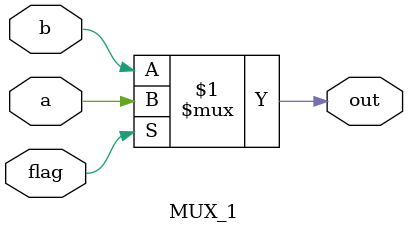
<source format=v>
`timescale 1ns / 1ps
module MUX_1( a,b, flag, out);
input   a,b,flag;
output  out;

assign out = flag ? a : b;

endmodule
</source>
